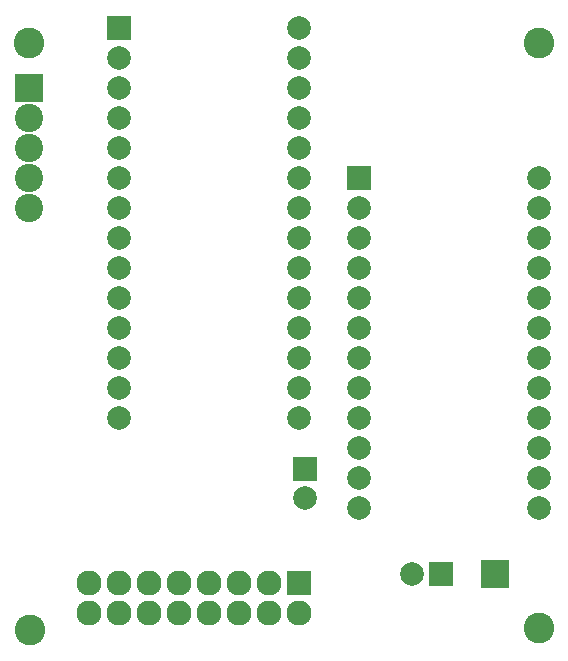
<source format=gbs>
%TF.GenerationSoftware,KiCad,Pcbnew,4.0.7*%
%TF.CreationDate,2017-09-16T19:45:42+02:00*%
%TF.ProjectId,ti99-usb-key,746939392D7573622D6B65792E6B6963,3.0*%
%TF.FileFunction,Soldermask,Bot*%
%FSLAX46Y46*%
G04 Gerber Fmt 4.6, Leading zero omitted, Abs format (unit mm)*
G04 Created by KiCad (PCBNEW 4.0.7) date 09/16/17 19:45:42*
%MOMM*%
%LPD*%
G01*
G04 APERTURE LIST*
%ADD10C,0.101600*%
%ADD11C,2.600000*%
%ADD12C,2.000000*%
%ADD13R,2.000000X2.000000*%
%ADD14R,2.127200X2.127200*%
%ADD15O,2.127200X2.127200*%
%ADD16R,2.400000X2.400000*%
%ADD17C,2.400000*%
G04 APERTURE END LIST*
D10*
D11*
X2603500Y2349500D03*
D12*
X25400000Y20320000D03*
X10160000Y20320000D03*
X25400000Y22860000D03*
X25400000Y25400000D03*
X25400000Y27940000D03*
X25400000Y30480000D03*
X25400000Y33020000D03*
X25400000Y35560000D03*
X25400000Y38100000D03*
X25400000Y40640000D03*
X25400000Y43180000D03*
X25400000Y45720000D03*
X25400000Y48260000D03*
X25400000Y50800000D03*
X25400000Y53340000D03*
X10160000Y22860000D03*
X10160000Y25400000D03*
X10160000Y27940000D03*
X10160000Y30480000D03*
X10160000Y33020000D03*
X10160000Y35560000D03*
X10160000Y38100000D03*
X10160000Y40640000D03*
X10160000Y43180000D03*
X10160000Y45720000D03*
X10160000Y48260000D03*
X10160000Y50800000D03*
D13*
X10160000Y53340000D03*
D14*
X25400000Y6350000D03*
D15*
X25400000Y3810000D03*
X22860000Y6350000D03*
X22860000Y3810000D03*
X20320000Y6350000D03*
X20320000Y3810000D03*
X17780000Y6350000D03*
X17780000Y3810000D03*
X15240000Y6350000D03*
X15240000Y3810000D03*
X12700000Y6350000D03*
X12700000Y3810000D03*
X10160000Y6350000D03*
X10160000Y3810000D03*
X7620000Y6350000D03*
X7620000Y3810000D03*
D11*
X45720000Y2540000D03*
X45720000Y52070000D03*
X2540000Y52070000D03*
D16*
X2540000Y48260000D03*
D17*
X2540000Y45720000D03*
X2540000Y43180000D03*
X2540000Y40640000D03*
X2540000Y38100000D03*
D13*
X30480000Y40640000D03*
D12*
X30480000Y38100000D03*
X30480000Y35560000D03*
X30480000Y33020000D03*
X30480000Y30480000D03*
X30480000Y27940000D03*
X30480000Y25400000D03*
X30480000Y22860000D03*
X30480000Y20320000D03*
X30480000Y17780000D03*
X30480000Y15240000D03*
X30480000Y12700000D03*
X45720000Y12700000D03*
X45720000Y15240000D03*
X45720000Y17780000D03*
X45720000Y20320000D03*
X45720000Y22860000D03*
X45720000Y25400000D03*
X45720000Y27940000D03*
X45720000Y30480000D03*
X45720000Y33020000D03*
X45720000Y35560000D03*
X45720000Y38100000D03*
X45720000Y40640000D03*
D13*
X37465000Y7112000D03*
D12*
X34965000Y7112000D03*
D13*
X25908000Y16002000D03*
D12*
X25908000Y13502000D03*
D16*
X42037000Y7112000D03*
M02*

</source>
